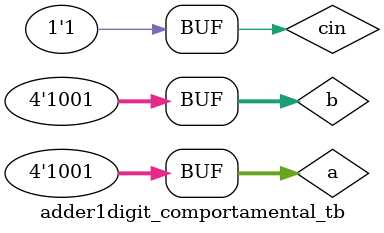
<source format=v>
module adder1digit_comportamental (a, b, cin, s, cout);
input [3:0] a, b;
input cin;
output reg [3:0] s;
output reg cout;
reg [4:0] partial_sum;

always @* begin
    partial_sum = a + b + cin;
    if (partial_sum > 9) partial_sum = partial_sum + 6;
    s = partial_sum[3:0];
    cout = partial_sum[4];
end

endmodule

module adder1digit_comportamental_tb;
    reg [3:0] a, b;
    reg cin;
    wire [3:0] s;
    wire cout;

    adder1digit_comportamental dut (a, b, cin, s, cout);

    initial begin
        $display("cin | a | b | cout | sum ");
        $monitor("%3b | %0d | %0d | %4b | %b", cin, a, b, cout, s);
        a = 1; b = 2; cin = 0;
        #1 a = 3; b = 4; cin = 1;
        #1 a = 4; b = 5; cin = 0;
        #1 a = 6; b = 7; cin = 0;
        #1 a = 9; b = 9; cin = 1;
    end
endmodule
</source>
